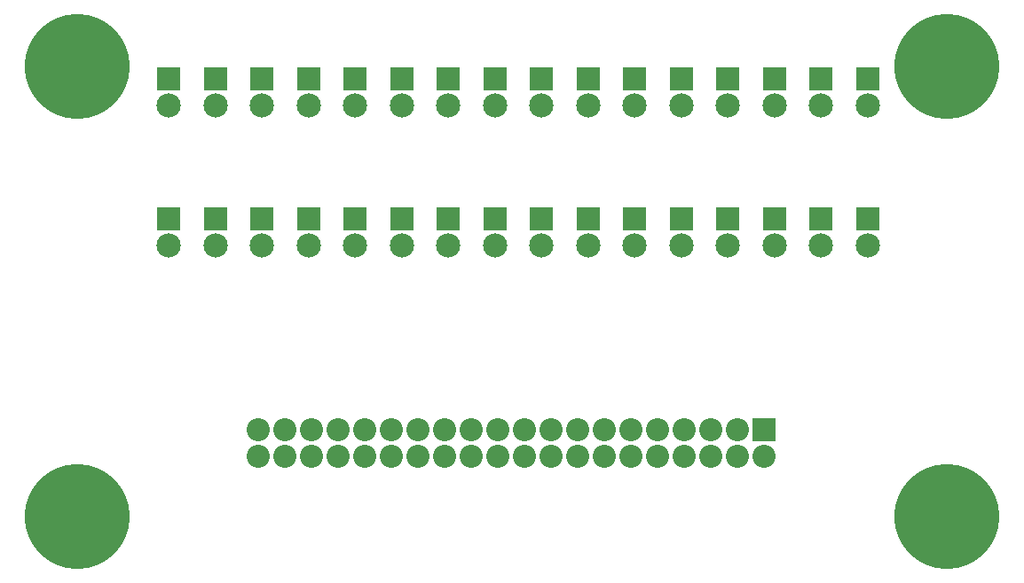
<source format=gbr>
G04 #@! TF.FileFunction,Soldermask,Bot*
%FSLAX46Y46*%
G04 Gerber Fmt 4.6, Leading zero omitted, Abs format (unit mm)*
G04 Created by KiCad (PCBNEW (after 2015-mar-04 BZR unknown)-product) date 6/9/2017 3:43:27 PM*
%MOMM*%
G01*
G04 APERTURE LIST*
%ADD10C,0.150000*%
%ADD11R,2.308000X2.308000*%
%ADD12C,2.308000*%
%ADD13R,2.208000X2.208000*%
%ADD14O,2.208000X2.208000*%
%ADD15C,10.033000*%
G04 APERTURE END LIST*
D10*
D11*
X107315000Y-43180000D03*
D12*
X107315000Y-45720000D03*
D11*
X107315000Y-56515000D03*
D12*
X107315000Y-59055000D03*
D11*
X111760000Y-43180000D03*
D12*
X111760000Y-45720000D03*
D11*
X111760000Y-56515000D03*
D12*
X111760000Y-59055000D03*
D11*
X116205000Y-43180000D03*
D12*
X116205000Y-45720000D03*
D11*
X116205000Y-56515000D03*
D12*
X116205000Y-59055000D03*
D11*
X120650000Y-43180000D03*
D12*
X120650000Y-45720000D03*
D11*
X120650000Y-56515000D03*
D12*
X120650000Y-59055000D03*
D11*
X125095000Y-43180000D03*
D12*
X125095000Y-45720000D03*
D11*
X125095000Y-56515000D03*
D12*
X125095000Y-59055000D03*
D11*
X129540000Y-43180000D03*
D12*
X129540000Y-45720000D03*
D11*
X129540000Y-56515000D03*
D12*
X129540000Y-59055000D03*
D11*
X133985000Y-43180000D03*
D12*
X133985000Y-45720000D03*
D11*
X133985000Y-56515000D03*
D12*
X133985000Y-59055000D03*
D11*
X138430000Y-43180000D03*
D12*
X138430000Y-45720000D03*
D11*
X138430000Y-56515000D03*
D12*
X138430000Y-59055000D03*
D11*
X71755000Y-43180000D03*
D12*
X71755000Y-45720000D03*
D11*
X71755000Y-56515000D03*
D12*
X71755000Y-59055000D03*
D11*
X76200000Y-43180000D03*
D12*
X76200000Y-45720000D03*
D11*
X76200000Y-56515000D03*
D12*
X76200000Y-59055000D03*
D11*
X80645000Y-43180000D03*
D12*
X80645000Y-45720000D03*
D11*
X80645000Y-56515000D03*
D12*
X80645000Y-59055000D03*
D11*
X85090000Y-43180000D03*
D12*
X85090000Y-45720000D03*
D11*
X85090000Y-56515000D03*
D12*
X85090000Y-59055000D03*
D11*
X89535000Y-43180000D03*
D12*
X89535000Y-45720000D03*
D11*
X89535000Y-56515000D03*
D12*
X89535000Y-59055000D03*
D11*
X93980000Y-43180000D03*
D12*
X93980000Y-45720000D03*
D11*
X93980000Y-56515000D03*
D12*
X93980000Y-59055000D03*
D11*
X98425000Y-43180000D03*
D12*
X98425000Y-45720000D03*
D11*
X98425000Y-56515000D03*
D12*
X98425000Y-59055000D03*
D11*
X102870000Y-43180000D03*
D12*
X102870000Y-45720000D03*
D11*
X102870000Y-56515000D03*
D12*
X102870000Y-59055000D03*
D13*
X128524000Y-76708000D03*
D14*
X128524000Y-79248000D03*
X125984000Y-76708000D03*
X125984000Y-79248000D03*
X123444000Y-76708000D03*
X123444000Y-79248000D03*
X120904000Y-76708000D03*
X120904000Y-79248000D03*
X118364000Y-76708000D03*
X118364000Y-79248000D03*
X115824000Y-76708000D03*
X115824000Y-79248000D03*
X113284000Y-76708000D03*
X113284000Y-79248000D03*
X110744000Y-76708000D03*
X110744000Y-79248000D03*
X108204000Y-76708000D03*
X108204000Y-79248000D03*
X105664000Y-76708000D03*
X105664000Y-79248000D03*
X103124000Y-76708000D03*
X103124000Y-79248000D03*
X100584000Y-76708000D03*
X100584000Y-79248000D03*
X98044000Y-76708000D03*
X98044000Y-79248000D03*
X95504000Y-76708000D03*
X95504000Y-79248000D03*
X92964000Y-76708000D03*
X92964000Y-79248000D03*
X90424000Y-76708000D03*
X90424000Y-79248000D03*
X87884000Y-76708000D03*
X87884000Y-79248000D03*
X85344000Y-76708000D03*
X85344000Y-79248000D03*
X82804000Y-76708000D03*
X82804000Y-79248000D03*
X80264000Y-76708000D03*
X80264000Y-79248000D03*
D15*
X63000000Y-42000000D03*
X146000000Y-42000000D03*
X63000000Y-85000000D03*
X146000000Y-85000000D03*
M02*

</source>
